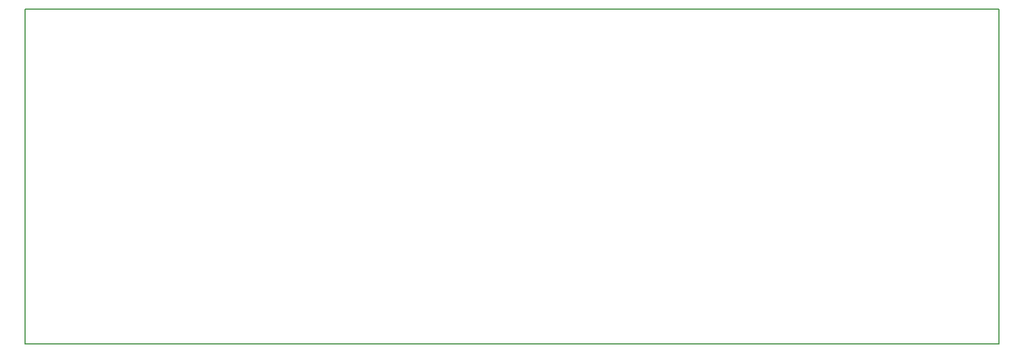
<source format=gm1>
G04 MADE WITH FRITZING*
G04 WWW.FRITZING.ORG*
G04 DOUBLE SIDED*
G04 HOLES PLATED*
G04 CONTOUR ON CENTER OF CONTOUR VECTOR*
%ASAXBY*%
%FSLAX23Y23*%
%MOIN*%
%OFA0B0*%
%SFA1.0B1.0*%
%ADD10R,5.708670X1.968500*%
%ADD11C,0.008000*%
%ADD10C,0.008*%
%LNCONTOUR*%
G90*
G70*
G54D10*
G54D11*
X4Y1965D02*
X5705Y1965D01*
X5705Y4D01*
X4Y4D01*
X4Y1965D01*
D02*
G04 End of contour*
M02*
</source>
